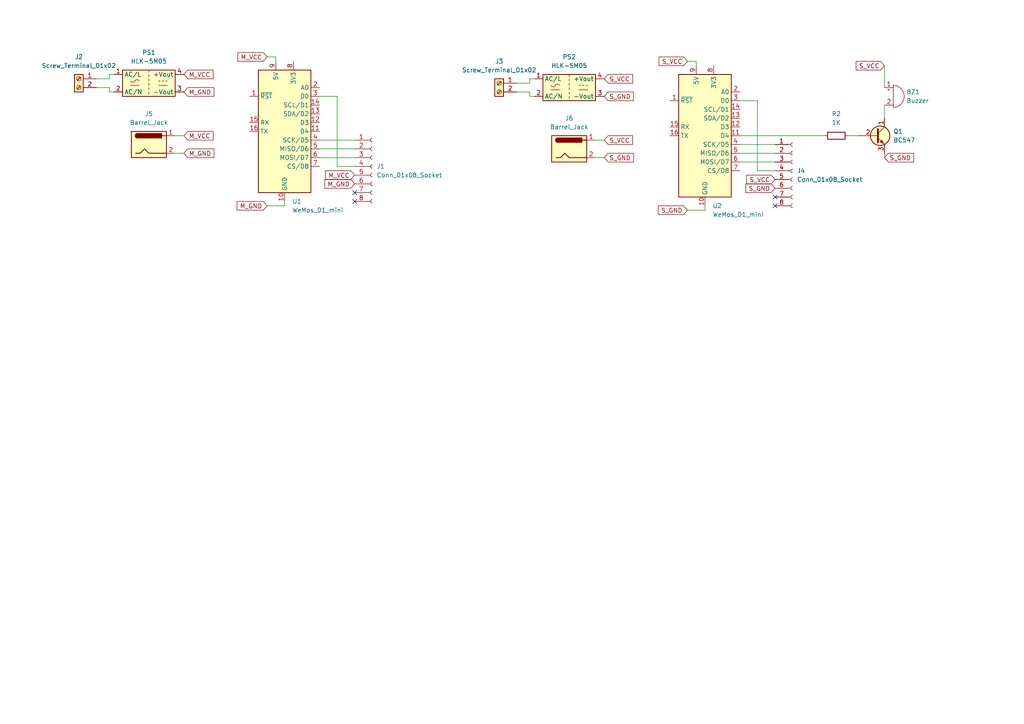
<source format=kicad_sch>
(kicad_sch (version 20230121) (generator eeschema)
  (paper "A4")
  (lib_symbols
    (symbol "Connector:Barrel_Jack" (pin_names (offset 1.016))
      (property "Reference" "J" (at 0 5.334 0))
      (property "Value" "Barrel_Jack" (at 0 -5.08 0))
      (symbol "Barrel_Jack_0_1"
        (rectangle (start -5.08 3.81) (end 5.08 -3.81) (stroke (width 0.254)) (fill (type background)))
        (arc (start -3.302 3.175) (mid -3.9343 2.54) (end -3.302 1.905) (stroke (width 0.254)))
        (arc (start -3.302 3.175) (mid -3.9343 2.54) (end -3.302 1.905) (stroke (width 0.254)) (fill (type outline)))
        (polyline (pts (xy 5.08 2.54) (xy 3.81 2.54)) (stroke (width 0.254)))
        (polyline (pts (xy -3.81 -2.54) (xy -2.54 -2.54) (xy -1.27 -1.27) (xy 0 -2.54) (xy 2.54 -2.54) (xy 5.08 -2.54)) (stroke (width 0.254)))
        (rectangle (start 3.683 3.175) (end -3.302 1.905) (stroke (width 0.254)) (fill (type outline)))
      )
      (symbol "Barrel_Jack_1_1"
        (pin passive line (at 7.62 2.54 180) (length 2.54) (name "~") (number "1"))
        (pin passive line (at 7.62 -2.54 180) (length 2.54) (name "~") (number "2"))
      )
    )
    (symbol "Connector:Conn_01x08_Socket" (pin_names (offset 1.016) hide)
      (property "Reference" "J" (at 0 10.16 0))
      (property "Value" "Conn_01x08_Socket" (at 0 -12.7 0))
      (symbol "Conn_01x08_Socket_1_1"
        (arc (start 0 -9.652) (mid -0.5058 -10.16) (end 0 -10.668) (stroke (width 0.1524)))
        (arc (start 0 -7.112) (mid -0.5058 -7.62) (end 0 -8.128) (stroke (width 0.1524)))
        (arc (start 0 -4.572) (mid -0.5058 -5.08) (end 0 -5.588) (stroke (width 0.1524)))
        (arc (start 0 -2.032) (mid -0.5058 -2.54) (end 0 -3.048) (stroke (width 0.1524)))
        (polyline (pts (xy -1.27 -10.16) (xy -0.508 -10.16)) (stroke (width 0.1524)))
        (polyline (pts (xy -1.27 -7.62) (xy -0.508 -7.62)) (stroke (width 0.1524)))
        (polyline (pts (xy -1.27 -5.08) (xy -0.508 -5.08)) (stroke (width 0.1524)))
        (polyline (pts (xy -1.27 -2.54) (xy -0.508 -2.54)) (stroke (width 0.1524)))
        (polyline (pts (xy -1.27 0) (xy -0.508 0)) (stroke (width 0.1524)))
        (polyline (pts (xy -1.27 2.54) (xy -0.508 2.54)) (stroke (width 0.1524)))
        (polyline (pts (xy -1.27 5.08) (xy -0.508 5.08)) (stroke (width 0.1524)))
        (polyline (pts (xy -1.27 7.62) (xy -0.508 7.62)) (stroke (width 0.1524)))
        (arc (start 0 0.508) (mid -0.5058 0) (end 0 -0.508) (stroke (width 0.1524)))
        (arc (start 0 3.048) (mid -0.5058 2.54) (end 0 2.032) (stroke (width 0.1524)))
        (arc (start 0 5.588) (mid -0.5058 5.08) (end 0 4.572) (stroke (width 0.1524)))
        (arc (start 0 8.128) (mid -0.5058 7.62) (end 0 7.112) (stroke (width 0.1524)))
        (pin passive line (at -5.08 7.62 0) (length 3.81) (name "Pin_1") (number "1"))
        (pin passive line (at -5.08 5.08 0) (length 3.81) (name "Pin_2") (number "2"))
        (pin passive line (at -5.08 2.54 0) (length 3.81) (name "Pin_3") (number "3"))
        (pin passive line (at -5.08 0 0) (length 3.81) (name "Pin_4") (number "4"))
        (pin passive line (at -5.08 -2.54 0) (length 3.81) (name "Pin_5") (number "5"))
        (pin passive line (at -5.08 -5.08 0) (length 3.81) (name "Pin_6") (number "6"))
        (pin passive line (at -5.08 -7.62 0) (length 3.81) (name "Pin_7") (number "7"))
        (pin passive line (at -5.08 -10.16 0) (length 3.81) (name "Pin_8") (number "8"))
      )
    )
    (symbol "Connector:Screw_Terminal_01x02" (pin_names (offset 1.016) hide)
      (property "Reference" "J" (at 0 2.54 0))
      (property "Value" "Screw_Terminal_01x02" (at 0 -5.08 0))
      (symbol "Screw_Terminal_01x02_1_1"
        (rectangle (start -1.27 1.27) (end 1.27 -3.81) (stroke (width 0.254)) (fill (type background)))
        (circle (center 0 -2.54) (radius 0.635) (stroke (width 0.1524)))
        (polyline (pts (xy -0.5334 -2.2098) (xy 0.3302 -3.048)) (stroke (width 0.1524)))
        (polyline (pts (xy -0.5334 0.3302) (xy 0.3302 -0.508)) (stroke (width 0.1524)))
        (polyline (pts (xy -0.3556 -2.032) (xy 0.508 -2.8702)) (stroke (width 0.1524)))
        (polyline (pts (xy -0.3556 0.508) (xy 0.508 -0.3302)) (stroke (width 0.1524)))
        (circle (center 0 0) (radius 0.635) (stroke (width 0.1524)))
        (pin passive line (at -5.08 0 0) (length 3.81) (name "Pin_1") (number "1"))
        (pin passive line (at -5.08 -2.54 0) (length 3.81) (name "Pin_2") (number "2"))
      )
    )
    (symbol "Converter_ACDC:HLK-5M05"
      (property "Reference" "PS" (at 0 5.08 0))
      (property "Value" "HLK-5M05" (at 0 -5.08 0))
      (symbol "HLK-5M05_0_1"
        (rectangle (start -7.62 3.81) (end 7.62 -3.81) (stroke (width 0.254)) (fill (type background)))
        (arc (start -5.334 0.635) (mid -4.699 0.2495) (end -4.064 0.635))
        (arc (start -2.794 0.635) (mid -3.429 1.0072) (end -4.064 0.635))
        (polyline (pts (xy -5.334 -0.635) (xy -2.794 -0.635)))
        (polyline (pts (xy 0 -2.54) (xy 0 -3.175)))
        (polyline (pts (xy 0 -1.27) (xy 0 -1.905)))
        (polyline (pts (xy 0 0) (xy 0 -0.635)))
        (polyline (pts (xy 0 1.27) (xy 0 0.635)))
        (polyline (pts (xy 0 2.54) (xy 0 1.905)))
        (polyline (pts (xy 0 3.81) (xy 0 3.175)))
        (polyline (pts (xy 2.794 -0.635) (xy 5.334 -0.635)))
        (polyline (pts (xy 2.794 0.635) (xy 3.302 0.635)))
        (polyline (pts (xy 3.81 0.635) (xy 4.318 0.635)))
        (polyline (pts (xy 4.826 0.635) (xy 5.334 0.635)))
      )
      (symbol "HLK-5M05_1_1"
        (pin power_in line (at -10.16 2.54 0) (length 2.54) (name "AC/L") (number "1"))
        (pin power_in line (at -10.16 -2.54 0) (length 2.54) (name "AC/N") (number "2"))
        (pin power_out line (at 10.16 -2.54 180) (length 2.54) (name "-Vout") (number "3"))
        (pin power_out line (at 10.16 2.54 180) (length 2.54) (name "+Vout") (number "4"))
      )
    )
    (symbol "Device:Buzzer" (pin_names (offset 0.0254) hide)
      (property "Reference" "BZ" (at 3.81 1.27 0))
      (property "Value" "Buzzer" (at 3.81 -1.27 0))
      (symbol "Buzzer_0_1"
        (arc (start 0 -3.175) (mid 3.1612 0) (end 0 3.175))
        (polyline (pts (xy -1.651 1.905) (xy -1.143 1.905)))
        (polyline (pts (xy -1.397 2.159) (xy -1.397 1.651)))
        (polyline (pts (xy 0 3.175) (xy 0 -3.175)))
      )
      (symbol "Buzzer_1_1"
        (pin passive line (at -2.54 2.54 0) (length 2.54) (name "-") (number "1"))
        (pin passive line (at -2.54 -2.54 0) (length 2.54) (name "+") (number "2"))
      )
    )
    (symbol "Device:R" (pin_numbers hide) (pin_names (offset 0))
      (property "Reference" "R" (at 2.032 0 90))
      (property "Value" "R" (at 0 0 90))
      (symbol "R_0_1"
        (rectangle (start -1.016 -2.54) (end 1.016 2.54) (stroke (width 0.254)))
      )
      (symbol "R_1_1"
        (pin passive line (at 0 3.81 270) (length 1.27) (name "~") (number "1"))
        (pin passive line (at 0 -3.81 90) (length 1.27) (name "~") (number "2"))
      )
    )
    (symbol "MCU_Module:WeMos_D1_mini"
      (property "Reference" "U" (at 3.81 19.05 0))
      (property "Value" "WeMos_D1_mini" (at 1.27 -19.05 0))
      (symbol "WeMos_D1_mini_1_1"
        (rectangle (start -7.62 17.78) (end 7.62 -17.78) (stroke (width 0.254)) (fill (type background)))
        (pin input line (at -10.16 10.16 0) (length 2.54) (name "~{RST}") (number "1"))
        (pin power_in line (at 0 -20.32 90) (length 2.54) (name "GND") (number "10"))
        (pin bidirectional line (at 10.16 0 180) (length 2.54) (name "D4") (number "11"))
        (pin bidirectional line (at 10.16 2.54 180) (length 2.54) (name "D3") (number "12"))
        (pin bidirectional line (at 10.16 5.08 180) (length 2.54) (name "SDA/D2") (number "13"))
        (pin bidirectional line (at 10.16 7.62 180) (length 2.54) (name "SCL/D1") (number "14"))
        (pin input line (at -10.16 2.54 0) (length 2.54) (name "RX") (number "15"))
        (pin output line (at -10.16 0 0) (length 2.54) (name "TX") (number "16"))
        (pin input line (at 10.16 12.7 180) (length 2.54) (name "A0") (number "2"))
        (pin bidirectional line (at 10.16 10.16 180) (length 2.54) (name "D0") (number "3"))
        (pin bidirectional line (at 10.16 -2.54 180) (length 2.54) (name "SCK/D5") (number "4"))
        (pin bidirectional line (at 10.16 -5.08 180) (length 2.54) (name "MISO/D6") (number "5"))
        (pin bidirectional line (at 10.16 -7.62 180) (length 2.54) (name "MOSI/D7") (number "6"))
        (pin bidirectional line (at 10.16 -10.16 180) (length 2.54) (name "CS/D8") (number "7"))
        (pin power_out line (at 2.54 20.32 270) (length 2.54) (name "3V3") (number "8"))
        (pin power_in line (at -2.54 20.32 270) (length 2.54) (name "5V") (number "9"))
      )
    )
    (symbol "PCM_Transistor_BJT_AKL:BC547" (pin_names hide)
      (property "Reference" "Q" (at 5.08 1.27 0))
      (property "Value" "BC547" (at 5.08 -1.27 0))
      (symbol "BC547_0_1"
        (polyline (pts (xy 0.635 0.635) (xy 2.54 2.54)))
        (polyline (pts (xy 0.635 -0.635) (xy 2.54 -2.54) (xy 2.54 -2.54)))
        (polyline (pts (xy 0.635 1.905) (xy 0.635 -1.905) (xy 0.635 -1.905)) (stroke (width 0.508)))
        (polyline (pts (xy 1.27 -1.778) (xy 1.778 -1.27) (xy 2.286 -2.286) (xy 1.27 -1.778) (xy 1.27 -1.778)) (fill (type outline)))
        (circle (center 1.27 0) (radius 2.8194) (stroke (width 0.254)) (fill (type background)))
      )
      (symbol "BC547_1_1"
        (pin passive line (at 2.54 5.08 270) (length 2.54) (name "C") (number "1"))
        (pin input line (at -5.08 0 0) (length 5.715) (name "B") (number "2"))
        (pin passive line (at 2.54 -5.08 90) (length 2.54) (name "E") (number "3"))
      )
    )
  )
  (no_connect (at 102.87 58.42))
  (no_connect (at 102.87 55.88))
  (no_connect (at 224.79 57.15))
  (no_connect (at 224.79 59.69))
  (wire (pts (xy 219.71 29.21) (xy 214.63 29.21)))
  (wire (pts (xy 201.93 17.78) (xy 201.93 19.05)))
  (wire (pts (xy 224.79 49.53) (xy 219.71 49.53)))
  (wire (pts (xy 246.38 39.37) (xy 248.92 39.37)))
  (wire (pts (xy 77.47 59.69) (xy 82.55 59.69)))
  (wire (pts (xy 149.86 26.67) (xy 153.67 26.67)))
  (wire (pts (xy 27.94 22.86) (xy 31.75 22.86)))
  (wire (pts (xy 97.79 48.26) (xy 97.79 27.94)))
  (wire (pts (xy 50.8 39.37) (xy 53.34 39.37)))
  (wire (pts (xy 204.47 60.96) (xy 204.47 59.69)))
  (wire (pts (xy 149.86 24.13) (xy 153.67 24.13)))
  (wire (pts (xy 214.63 44.45) (xy 224.79 44.45)))
  (wire (pts (xy 153.67 24.13) (xy 153.67 22.86)))
  (wire (pts (xy 102.87 48.26) (xy 97.79 48.26)))
  (wire (pts (xy 172.72 40.64) (xy 175.26 40.64)))
  (wire (pts (xy 214.63 39.37) (xy 238.76 39.37)))
  (wire (pts (xy 256.54 45.72) (xy 256.54 44.45)))
  (wire (pts (xy 80.01 16.51) (xy 80.01 17.78)))
  (wire (pts (xy 153.67 26.67) (xy 153.67 27.94)))
  (wire (pts (xy 77.47 16.51) (xy 80.01 16.51)))
  (wire (pts (xy 153.67 22.86) (xy 154.94 22.86)))
  (wire (pts (xy 199.39 60.96) (xy 204.47 60.96)))
  (wire (pts (xy 172.72 45.72) (xy 175.26 45.72)))
  (wire (pts (xy 256.54 19.05) (xy 256.54 25.4)))
  (wire (pts (xy 50.8 44.45) (xy 53.34 44.45)))
  (wire (pts (xy 256.54 30.48) (xy 256.54 34.29)))
  (wire (pts (xy 31.75 25.4) (xy 31.75 26.67)))
  (wire (pts (xy 31.75 22.86) (xy 31.75 21.59)))
  (wire (pts (xy 27.94 25.4) (xy 31.75 25.4)))
  (wire (pts (xy 214.63 46.99) (xy 224.79 46.99)))
  (wire (pts (xy 31.75 26.67) (xy 33.02 26.67)))
  (wire (pts (xy 199.39 17.78) (xy 201.93 17.78)))
  (wire (pts (xy 82.55 59.69) (xy 82.55 58.42)))
  (wire (pts (xy 97.79 27.94) (xy 92.71 27.94)))
  (wire (pts (xy 153.67 27.94) (xy 154.94 27.94)))
  (wire (pts (xy 92.71 43.18) (xy 102.87 43.18)))
  (wire (pts (xy 31.75 21.59) (xy 33.02 21.59)))
  (wire (pts (xy 214.63 41.91) (xy 224.79 41.91)))
  (wire (pts (xy 219.71 49.53) (xy 219.71 29.21)))
  (wire (pts (xy 92.71 45.72) (xy 102.87 45.72)))
  (wire (pts (xy 92.71 40.64) (xy 102.87 40.64)))
  (global_label "M_VCC" (shape input) (at 102.87 50.8 180) (property "Intersheetrefs" "${INTERSHEET_REFS}" (effects hide)))
  (global_label "S_VCC" (shape input) (at 175.26 40.64 0) (property "Intersheetrefs" "${INTERSHEET_REFS}" (effects hide)))
  (global_label "S_GND" (shape input) (at 175.26 45.72 0) (property "Intersheetrefs" "${INTERSHEET_REFS}" (effects hide)))
  (global_label "S_GND" (shape input) (at 175.26 27.94 0) (property "Intersheetrefs" "${INTERSHEET_REFS}" (effects hide)))
  (global_label "S_GND" (shape input) (at 199.39 60.96 180) (property "Intersheetrefs" "${INTERSHEET_REFS}" (effects hide)))
  (global_label "M_GND" (shape input) (at 53.34 44.45 0) (property "Intersheetrefs" "${INTERSHEET_REFS}" (effects hide)))
  (global_label "M_VCC" (shape input) (at 77.47 16.51 180) (property "Intersheetrefs" "${INTERSHEET_REFS}" (effects hide)))
  (global_label "S_VCC" (shape input) (at 256.54 19.05 180) (property "Intersheetrefs" "${INTERSHEET_REFS}" (effects hide)))
  (global_label "M_GND" (shape input) (at 53.34 26.67 0) (property "Intersheetrefs" "${INTERSHEET_REFS}" (effects hide)))
  (global_label "M_GND" (shape input) (at 77.47 59.69 180) (property "Intersheetrefs" "${INTERSHEET_REFS}" (effects hide)))
  (global_label "M_VCC" (shape input) (at 53.34 39.37 0) (property "Intersheetrefs" "${INTERSHEET_REFS}" (effects hide)))
  (global_label "S_VCC" (shape input) (at 199.39 17.78 180) (property "Intersheetrefs" "${INTERSHEET_REFS}" (effects hide)))
  (global_label "S_VCC" (shape input) (at 224.79 52.07 180) (property "Intersheetrefs" "${INTERSHEET_REFS}" (effects hide)))
  (global_label "S_VCC" (shape input) (at 175.26 22.86 0) (property "Intersheetrefs" "${INTERSHEET_REFS}" (effects hide)))
  (global_label "M_GND" (shape input) (at 102.87 53.34 180) (property "Intersheetrefs" "${INTERSHEET_REFS}" (effects hide)))
  (global_label "S_GND" (shape input) (at 224.79 54.61 180) (property "Intersheetrefs" "${INTERSHEET_REFS}" (effects hide)))
  (global_label "M_VCC" (shape input) (at 53.34 21.59 0) (property "Intersheetrefs" "${INTERSHEET_REFS}" (effects hide)))
  (global_label "S_GND" (shape input) (at 256.54 45.72 0) (property "Intersheetrefs" "${INTERSHEET_REFS}" (effects hide)))
  (symbol (lib_id "PCM_Transistor_BJT_AKL:BC547") (at 254 39.37 0) (unit 1)
    (property "Reference" "Q1" (at 259.08 38.1 0) (effects (justify left)))
    (property "Value" "BC547" (at 259.08 40.64 0) (effects (justify left)))
    (property "Footprint" "PCM_Package_TO_SOT_THT_AKL:TO-92_Inline_Wide_CBE" (effects hide))
    (property "Datasheet" "https://www.tme.eu/Document/6c5d898a533a0762c2bc33eb26c283a8/BC546-550-DTE.pdf" (effects hide))
  )
  (symbol (lib_id "Converter_ACDC:HLK-5M05") (at 165.1 25.4 0) (unit 1)
    (property "Reference" "PS2" (at 165.1 16.51 0))
    (property "Value" "HLK-5M05" (at 165.1 19.05 0))
    (property "Footprint" "Converter_ACDC:Converter_ACDC_HiLink_HLK-5Mxx" (effects hide))
    (property "Datasheet" "http://h.hlktech.com/download/ACDC%E7%94%B5%E6%BA%90%E6%A8%A1%E5%9D%975W%E7%B3%BB%E5%88%97/1/%E6%B5%B7%E5%87%8C%E7%A7%915W%E7%B3%BB%E5%88%97%E7%94%B5%E6%BA%90%E6%A8%A1%E5%9D%97%E8%A7%84%E6%A0%BC%E4%B9%A6V2.8.pdf" (effects hide))
  )
  (symbol (lib_id "Connector:Barrel_Jack") (at 165.1 43.18 0) (unit 1)
    (property "Reference" "J6" (at 165.1 34.29 0))
    (property "Value" "Barrel_Jack" (at 165.1 36.83 0))
  )
  (symbol (lib_id "Connector:Screw_Terminal_01x02") (at 22.86 22.86 0) (mirror y) (unit 1)
    (property "Reference" "J2" (at 22.86 16.51 0))
    (property "Value" "Screw_Terminal_01x02" (at 22.86 19.05 0))
  )
  (symbol (lib_id "Connector:Screw_Terminal_01x02") (at 144.78 24.13 0) (mirror y) (unit 1)
    (property "Reference" "J3" (at 144.78 17.78 0))
    (property "Value" "Screw_Terminal_01x02" (at 144.78 20.32 0))
  )
  (symbol (lib_id "MCU_Module:WeMos_D1_mini") (at 204.47 39.37 0) (unit 1)
    (property "Reference" "U2" (at 206.6641 59.69 0) (effects (justify left)))
    (property "Value" "WeMos_D1_mini" (at 206.6641 62.23 0) (effects (justify left)))
    (property "Footprint" "Module:WEMOS_D1_mini_light" (effects hide))
    (property "Datasheet" "https://wiki.wemos.cc/products:d1:d1_mini#documentation" (effects hide))
  )
  (symbol (lib_id "MCU_Module:WeMos_D1_mini") (at 82.55 38.1 0) (unit 1)
    (property "Reference" "U1" (at 84.7441 58.42 0) (effects (justify left)))
    (property "Value" "WeMos_D1_mini" (at 84.7441 60.96 0) (effects (justify left)))
    (property "Footprint" "Module:WEMOS_D1_mini_light" (effects hide))
    (property "Datasheet" "https://wiki.wemos.cc/products:d1:d1_mini#documentation" (effects hide))
  )
  (symbol (lib_id "Converter_ACDC:HLK-5M05") (at 43.18 24.13 0) (unit 1)
    (property "Reference" "PS1" (at 43.18 15.24 0))
    (property "Value" "HLK-5M05" (at 43.18 17.78 0))
    (property "Footprint" "Converter_ACDC:Converter_ACDC_HiLink_HLK-5Mxx" (effects hide))
    (property "Datasheet" "http://h.hlktech.com/download/ACDC%E7%94%B5%E6%BA%90%E6%A8%A1%E5%9D%975W%E7%B3%BB%E5%88%97/1/%E6%B5%B7%E5%87%8C%E7%A7%915W%E7%B3%BB%E5%88%97%E7%94%B5%E6%BA%90%E6%A8%A1%E5%9D%97%E8%A7%84%E6%A0%BC%E4%B9%A6V2.8.pdf" (effects hide))
  )
  (symbol (lib_id "Connector:Conn_01x08_Socket") (at 229.87 49.53 0) (unit 1)
    (property "Reference" "J4" (at 231.14 49.53 0) (effects (justify left)))
    (property "Value" "Conn_01x08_Socket" (at 231.14 52.07 0) (effects (justify left)))
  )
  (symbol (lib_id "Device:R") (at 242.57 39.37 90) (unit 1)
    (property "Reference" "R2" (at 242.57 33.02 90))
    (property "Value" "1K" (at 242.57 35.56 90))
  )
  (symbol (lib_id "Connector:Barrel_Jack") (at 43.18 41.91 0) (unit 1)
    (property "Reference" "J5" (at 43.18 33.02 0))
    (property "Value" "Barrel_Jack" (at 43.18 35.56 0))
  )
  (symbol (lib_id "Connector:Conn_01x08_Socket") (at 107.95 48.26 0) (unit 1)
    (property "Reference" "J1" (at 109.22 48.26 0) (effects (justify left)))
    (property "Value" "Conn_01x08_Socket" (at 109.22 50.8 0) (effects (justify left)))
  )
  (symbol (lib_id "Device:Buzzer") (at 259.08 27.94 0) (unit 1)
    (property "Reference" "BZ1" (at 262.89 26.67 0) (effects (justify left)))
    (property "Value" "Buzzer" (at 262.89 29.21 0) (effects (justify left)))
    (property "Footprint" "Buzzer_Beeper:Buzzer_12x9.5RM7.6" (effects hide))
  )
)
</source>
